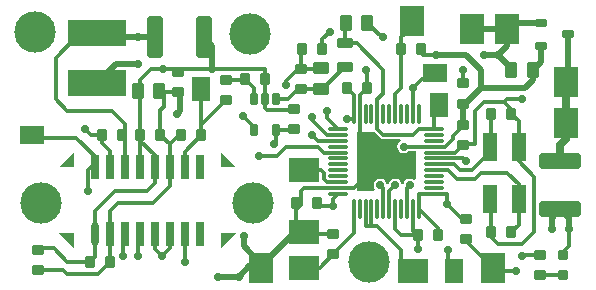
<source format=gtl>
%FSLAX42Y42*%
%MOMM*%
G71*
G01*
G75*
G04 Layer_Physical_Order=1*
G04 Layer_Color=255*
%ADD10R,5.00X2.20*%
%ADD11R,1.50X2.00*%
G04:AMPARAMS|DCode=12|XSize=1mm|YSize=0.9mm|CornerRadius=0.11mm|HoleSize=0mm|Usage=FLASHONLY|Rotation=0.000|XOffset=0mm|YOffset=0mm|HoleType=Round|Shape=RoundedRectangle|*
%AMROUNDEDRECTD12*
21,1,1.00,0.68,0,0,0.0*
21,1,0.78,0.90,0,0,0.0*
1,1,0.23,0.39,-0.34*
1,1,0.23,-0.39,-0.34*
1,1,0.23,-0.39,0.34*
1,1,0.23,0.39,0.34*
%
%ADD12ROUNDEDRECTD12*%
%ADD13R,1.30X2.40*%
%ADD14R,2.00X2.50*%
G04:AMPARAMS|DCode=15|XSize=1mm|YSize=0.9mm|CornerRadius=0.11mm|HoleSize=0mm|Usage=FLASHONLY|Rotation=90.000|XOffset=0mm|YOffset=0mm|HoleType=Round|Shape=RoundedRectangle|*
%AMROUNDEDRECTD15*
21,1,1.00,0.68,0,0,90.0*
21,1,0.78,0.90,0,0,90.0*
1,1,0.23,0.34,0.39*
1,1,0.23,0.34,-0.39*
1,1,0.23,-0.34,-0.39*
1,1,0.23,-0.34,0.39*
%
%ADD15ROUNDEDRECTD15*%
%ADD16O,0.64X2.03*%
%ADD17R,0.64X2.03*%
G04:AMPARAMS|DCode=18|XSize=0.6mm|YSize=1mm|CornerRadius=0.08mm|HoleSize=0mm|Usage=FLASHONLY|Rotation=180.000|XOffset=0mm|YOffset=0mm|HoleType=Round|Shape=RoundedRectangle|*
%AMROUNDEDRECTD18*
21,1,0.60,0.85,0,0,180.0*
21,1,0.45,1.00,0,0,180.0*
1,1,0.15,-0.23,0.42*
1,1,0.15,0.23,0.42*
1,1,0.15,0.23,-0.42*
1,1,0.15,-0.23,-0.42*
%
%ADD18ROUNDEDRECTD18*%
%ADD19R,2.00X1.50*%
G04:AMPARAMS|DCode=20|XSize=0.6mm|YSize=1mm|CornerRadius=0.08mm|HoleSize=0mm|Usage=FLASHONLY|Rotation=270.000|XOffset=0mm|YOffset=0mm|HoleType=Round|Shape=RoundedRectangle|*
%AMROUNDEDRECTD20*
21,1,0.60,0.85,0,0,270.0*
21,1,0.45,1.00,0,0,270.0*
1,1,0.15,-0.42,-0.23*
1,1,0.15,-0.42,0.23*
1,1,0.15,0.42,0.23*
1,1,0.15,0.42,-0.23*
%
%ADD20ROUNDEDRECTD20*%
%ADD21O,0.30X1.80*%
%ADD22O,1.80X0.30*%
G04:AMPARAMS|DCode=23|XSize=3.5mm|YSize=1.4mm|CornerRadius=0.17mm|HoleSize=0mm|Usage=FLASHONLY|Rotation=270.000|XOffset=0mm|YOffset=0mm|HoleType=Round|Shape=RoundedRectangle|*
%AMROUNDEDRECTD23*
21,1,3.50,1.05,0,0,270.0*
21,1,3.15,1.40,0,0,270.0*
1,1,0.35,-0.53,-1.57*
1,1,0.35,-0.53,1.57*
1,1,0.35,0.53,1.57*
1,1,0.35,0.53,-1.57*
%
%ADD23ROUNDEDRECTD23*%
G04:AMPARAMS|DCode=24|XSize=0.8mm|YSize=0.8mm|CornerRadius=0.1mm|HoleSize=0mm|Usage=FLASHONLY|Rotation=90.000|XOffset=0mm|YOffset=0mm|HoleType=Round|Shape=RoundedRectangle|*
%AMROUNDEDRECTD24*
21,1,0.80,0.60,0,0,90.0*
21,1,0.60,0.80,0,0,90.0*
1,1,0.20,0.30,0.30*
1,1,0.20,0.30,-0.30*
1,1,0.20,-0.30,-0.30*
1,1,0.20,-0.30,0.30*
%
%ADD24ROUNDEDRECTD24*%
G04:AMPARAMS|DCode=25|XSize=1.3mm|YSize=0.8mm|CornerRadius=0.1mm|HoleSize=0mm|Usage=FLASHONLY|Rotation=180.000|XOffset=0mm|YOffset=0mm|HoleType=Round|Shape=RoundedRectangle|*
%AMROUNDEDRECTD25*
21,1,1.30,0.60,0,0,180.0*
21,1,1.10,0.80,0,0,180.0*
1,1,0.20,-0.55,0.30*
1,1,0.20,0.55,0.30*
1,1,0.20,0.55,-0.30*
1,1,0.20,-0.55,-0.30*
%
%ADD25ROUNDEDRECTD25*%
G04:AMPARAMS|DCode=26|XSize=1.4mm|YSize=1mm|CornerRadius=0.13mm|HoleSize=0mm|Usage=FLASHONLY|Rotation=270.000|XOffset=0mm|YOffset=0mm|HoleType=Round|Shape=RoundedRectangle|*
%AMROUNDEDRECTD26*
21,1,1.40,0.75,0,0,270.0*
21,1,1.15,1.00,0,0,270.0*
1,1,0.25,-0.38,-0.57*
1,1,0.25,-0.38,0.57*
1,1,0.25,0.38,0.57*
1,1,0.25,0.38,-0.57*
%
%ADD26ROUNDEDRECTD26*%
%ADD27R,2.50X2.00*%
G04:AMPARAMS|DCode=28|XSize=3.5mm|YSize=1.4mm|CornerRadius=0.17mm|HoleSize=0mm|Usage=FLASHONLY|Rotation=180.000|XOffset=0mm|YOffset=0mm|HoleType=Round|Shape=RoundedRectangle|*
%AMROUNDEDRECTD28*
21,1,3.50,1.05,0,0,180.0*
21,1,3.15,1.40,0,0,180.0*
1,1,0.35,-1.57,0.53*
1,1,0.35,1.57,0.53*
1,1,0.35,1.57,-0.53*
1,1,0.35,-1.57,-0.53*
%
%ADD28ROUNDEDRECTD28*%
G04:AMPARAMS|DCode=29|XSize=1.4mm|YSize=1mm|CornerRadius=0.13mm|HoleSize=0mm|Usage=FLASHONLY|Rotation=0.000|XOffset=0mm|YOffset=0mm|HoleType=Round|Shape=RoundedRectangle|*
%AMROUNDEDRECTD29*
21,1,1.40,0.75,0,0,0.0*
21,1,1.15,1.00,0,0,0.0*
1,1,0.25,0.57,-0.38*
1,1,0.25,-0.57,-0.38*
1,1,0.25,-0.57,0.38*
1,1,0.25,0.57,0.38*
%
%ADD29ROUNDEDRECTD29*%
%ADD30C,0.30*%
%ADD31C,0.50*%
%ADD32C,0.70*%
%ADD33C,3.50*%
%ADD34C,0.70*%
G36*
X3547Y3294D02*
Y3421D01*
X3674D01*
X3547Y3294D01*
D02*
G37*
G36*
X2303D02*
X2176Y3421D01*
X2303D01*
Y3294D01*
D02*
G37*
G36*
X4900Y4225D02*
X4912Y4218D01*
X4925Y4215D01*
X5066D01*
X5072Y4196D01*
X5061Y4189D01*
X5049Y4171D01*
X5045Y4150D01*
X5049Y4129D01*
X5061Y4111D01*
X5079Y4099D01*
X5100Y4095D01*
X5121Y4099D01*
X5139Y4111D01*
X5142Y4115D01*
X5200D01*
Y3878D01*
X5182Y3868D01*
X5171Y3876D01*
X5150Y3880D01*
X5129Y3876D01*
X5111Y3864D01*
X5099Y3846D01*
X5098Y3838D01*
X5078D01*
X5076Y3846D01*
X5064Y3864D01*
X5046Y3876D01*
X5025Y3880D01*
X5004Y3876D01*
X4986Y3864D01*
X4974Y3846D01*
X4972Y3838D01*
X4953D01*
X4951Y3846D01*
X4939Y3864D01*
X4921Y3876D01*
X4900Y3880D01*
X4879Y3876D01*
X4861Y3864D01*
X4849Y3846D01*
X4845Y3825D01*
X4849Y3804D01*
X4857Y3793D01*
X4847Y3775D01*
X4700D01*
Y4275D01*
X4851D01*
X4900Y4225D01*
D02*
G37*
G36*
X3674Y3979D02*
X3547D01*
Y4106D01*
X3674Y3979D01*
D02*
G37*
G36*
X2303D02*
X2176D01*
X2303Y4106D01*
Y3979D01*
D02*
G37*
D10*
X2500Y5110D02*
D03*
Y4690D02*
D03*
D11*
X5525Y3100D02*
D03*
X3380Y4640D02*
D03*
X5400Y4500D02*
D03*
D12*
X4165Y4300D02*
D03*
Y4470D02*
D03*
X2000Y3105D02*
D03*
Y3275D02*
D03*
X3590Y4545D02*
D03*
Y4715D02*
D03*
X5625Y3535D02*
D03*
Y3365D02*
D03*
X4500Y3240D02*
D03*
Y3410D02*
D03*
X3190Y4785D02*
D03*
Y4615D02*
D03*
X5600Y4685D02*
D03*
Y4515D02*
D03*
X4225Y4640D02*
D03*
Y4810D02*
D03*
X6250Y3065D02*
D03*
Y3235D02*
D03*
X5600Y4335D02*
D03*
Y4165D02*
D03*
D13*
X6070Y4145D02*
D03*
Y3705D02*
D03*
X5830D02*
D03*
Y4145D02*
D03*
D14*
X3890Y3120D02*
D03*
X5975Y5150D02*
D03*
X5675Y5150D02*
D03*
X6475Y4700D02*
D03*
X6475Y4350D02*
D03*
X5850Y3125D02*
D03*
X5170Y5210D02*
D03*
D15*
X2545Y4250D02*
D03*
X2715D02*
D03*
X3035D02*
D03*
X2865D02*
D03*
X5075Y4980D02*
D03*
X5245D02*
D03*
X3755Y4720D02*
D03*
X3925D02*
D03*
X2440Y3175D02*
D03*
X2610D02*
D03*
X5840Y4425D02*
D03*
X6010D02*
D03*
X6010Y3425D02*
D03*
X5840D02*
D03*
X3385Y4250D02*
D03*
X3215D02*
D03*
X4410Y4975D02*
D03*
X4240D02*
D03*
X4615Y4650D02*
D03*
X4785D02*
D03*
X5385Y3400D02*
D03*
X5215D02*
D03*
X4360Y3675D02*
D03*
X4190D02*
D03*
D16*
X2481Y3410D02*
D03*
D17*
X2608D02*
D03*
X2734D02*
D03*
X2861D02*
D03*
X2989D02*
D03*
X3116D02*
D03*
X3242D02*
D03*
X3369D02*
D03*
Y3975D02*
D03*
X3242D02*
D03*
X3116D02*
D03*
X2989D02*
D03*
X2861D02*
D03*
X2734D02*
D03*
X2608D02*
D03*
X2481Y3979D02*
D03*
D18*
X3830Y4295D02*
D03*
X4020Y4555D02*
D03*
X3925D02*
D03*
X3830D02*
D03*
X4020Y4295D02*
D03*
D19*
X1950Y4250D02*
D03*
X5360Y4770D02*
D03*
D20*
X6260Y5195D02*
D03*
Y5005D02*
D03*
X6490Y5100D02*
D03*
D21*
X5225Y3620D02*
D03*
X5175D02*
D03*
X5125D02*
D03*
X5075D02*
D03*
X5025D02*
D03*
X4975D02*
D03*
X4925D02*
D03*
X4875D02*
D03*
X4825D02*
D03*
X4775D02*
D03*
X4725D02*
D03*
X4675D02*
D03*
Y4430D02*
D03*
X4725D02*
D03*
X4775D02*
D03*
X4825D02*
D03*
X4875D02*
D03*
X4925D02*
D03*
X4975D02*
D03*
X5025D02*
D03*
X5075D02*
D03*
X5125D02*
D03*
X5175D02*
D03*
X5225D02*
D03*
D22*
X4545Y3750D02*
D03*
Y3800D02*
D03*
Y3850D02*
D03*
Y3900D02*
D03*
Y3950D02*
D03*
Y4000D02*
D03*
Y4050D02*
D03*
Y4100D02*
D03*
Y4150D02*
D03*
Y4200D02*
D03*
Y4250D02*
D03*
Y4300D02*
D03*
X5355D02*
D03*
Y4250D02*
D03*
Y4200D02*
D03*
Y4150D02*
D03*
Y4100D02*
D03*
Y4050D02*
D03*
Y4000D02*
D03*
Y3950D02*
D03*
Y3900D02*
D03*
Y3850D02*
D03*
Y3800D02*
D03*
Y3750D02*
D03*
D23*
X3405Y5075D02*
D03*
X2995D02*
D03*
D24*
X6450Y3235D02*
D03*
Y3065D02*
D03*
D25*
X4600Y4825D02*
D03*
Y5025D02*
D03*
D26*
X4610Y5200D02*
D03*
X4790D02*
D03*
X6190Y4800D02*
D03*
X6010D02*
D03*
X2850Y4620D02*
D03*
X3030D02*
D03*
D27*
X5175Y3100D02*
D03*
X4250Y3950D02*
D03*
X4250Y3425D02*
D03*
X4250Y3125D02*
D03*
D28*
X6425Y3620D02*
D03*
Y4030D02*
D03*
D29*
X4400Y4635D02*
D03*
Y4815D02*
D03*
D30*
X3740Y4410D02*
X3830Y4320D01*
Y4295D02*
Y4320D01*
X3750Y4715D02*
X3755Y4720D01*
X3590Y4715D02*
X3750D01*
X3385Y4350D02*
X3395D01*
X3385D02*
Y4600D01*
Y4250D02*
Y4350D01*
X3395D02*
X3590Y4545D01*
X3755Y4720D02*
X3830Y4645D01*
Y4555D02*
Y4645D01*
X5830Y3695D02*
X5840D01*
X2960Y4810D02*
X3475D01*
X3940Y4460D02*
X4175D01*
X2865Y4200D02*
Y4715D01*
Y3975D02*
Y4200D01*
X4225Y3660D02*
Y3775D01*
X4190Y3625D02*
X4225Y3660D01*
X2989Y3839D02*
Y4073D01*
X4190Y3485D02*
X4275Y3400D01*
X3116Y3291D02*
Y3434D01*
X2989Y3286D02*
Y3434D01*
X2481Y3216D02*
Y3606D01*
X3920Y4725D02*
Y4810D01*
X3475D02*
X3920D01*
X2865Y4715D02*
X2960Y4810D01*
X6070Y4145D02*
Y4365D01*
Y4025D02*
Y4145D01*
X2989Y3975D02*
Y4076D01*
X2865Y4200D02*
X2989Y4076D01*
X4600Y5025D02*
Y5215D01*
X5355Y4300D02*
Y4455D01*
X5608Y4508D02*
X5615Y4515D01*
X5600Y4500D02*
X5608Y4508D01*
X4615Y4381D02*
X4675D01*
X2735Y4000D02*
Y4340D01*
X5516Y4244D02*
X5600Y4328D01*
Y4335D01*
X5516Y4217D02*
Y4244D01*
X5450Y4151D02*
X5516Y4217D01*
X5375Y4725D02*
X5375Y4725D01*
X5250Y4725D02*
X5375D01*
X5175Y4650D02*
X5250Y4725D01*
X5175Y4650D02*
X5175Y4650D01*
Y4430D02*
Y4650D01*
X2625Y4450D02*
X2735Y4340D01*
X4410Y5060D02*
X4475Y5125D01*
X4410Y4975D02*
Y5060D01*
X4225Y4810D02*
Y4960D01*
X4790Y5200D02*
X4915Y5075D01*
X4925D01*
X4100Y4710D02*
X4200Y4810D01*
X4100Y4675D02*
Y4710D01*
X4600Y5025D02*
X4700D01*
X5375Y4925D02*
X5375Y4925D01*
X5260Y4925D02*
X5375D01*
X5075Y5075D02*
X5175Y5175D01*
X5075Y4650D02*
Y5075D01*
X5025Y4600D02*
X5075Y4650D01*
X5025Y4430D02*
X5025Y4430D01*
Y4600D01*
X4875Y4300D02*
Y4430D01*
Y4300D02*
X4925Y4250D01*
X5175D01*
X5225Y4300D01*
X5355D01*
X5100Y4150D02*
X5100Y4150D01*
X5355D01*
X5100Y4150D02*
X5126D01*
X3075Y4615D02*
X3200D01*
X2000Y3110D02*
X2215D01*
X3116Y3816D02*
Y4169D01*
X2608Y3177D02*
Y3608D01*
X4285Y3410D02*
X4500D01*
X4675Y3415D02*
Y3620D01*
X4500Y3240D02*
X4675Y3415D01*
X4385Y3125D02*
X4500Y3240D01*
X4250Y3125D02*
X4385D01*
X4275Y3100D02*
X4275D01*
X4500Y3705D02*
X4545Y3750D01*
X4500Y3650D02*
Y3705D01*
X4360Y3675D02*
X4385Y3650D01*
X4500D01*
X2850Y3225D02*
Y3423D01*
X2725Y3225D02*
Y3425D01*
X6070Y4025D02*
X6200Y3895D01*
Y3425D02*
Y3895D01*
X4675Y4430D02*
Y4590D01*
X4615Y4650D02*
X4675Y4590D01*
X4190Y3485D02*
Y3625D01*
X4225Y3775D02*
X4250Y3800D01*
X2250Y4450D02*
X2625D01*
X2150Y4550D02*
X2250Y4450D01*
X2150Y4550D02*
Y4900D01*
X2360Y5110D01*
X2500D01*
X1950Y4225D02*
X2325D01*
X5840Y4115D02*
Y4400D01*
X5675Y3950D02*
X5840Y4115D01*
X5575Y3950D02*
X5675D01*
X5525Y4000D02*
X5575Y3950D01*
X2850Y3423D02*
X2862Y3434D01*
X2725Y3425D02*
X2735Y3434D01*
X3243Y3182D02*
X3250Y3175D01*
X3243Y3182D02*
Y3434D01*
X4325Y4250D02*
X4375Y4200D01*
X4545D01*
X4325Y4376D02*
Y4400D01*
Y4376D02*
X4450Y4251D01*
X4544D01*
X4545Y4250D01*
X4450Y4395D02*
X4545Y4300D01*
X4450Y4395D02*
Y4450D01*
X4025Y4075D02*
X4100Y4150D01*
X3875Y4075D02*
X4025D01*
X2425Y3949D02*
X2481Y4004D01*
X2425Y3775D02*
Y3949D01*
X2325Y4225D02*
X2481Y4069D01*
X4100Y4150D02*
X4375D01*
X4425Y4100D01*
X4545D01*
X2000Y3290D02*
X2135D01*
X5000Y3350D02*
X5075Y3275D01*
Y3125D02*
Y3275D01*
Y3125D02*
X5100Y3100D01*
X4825Y3475D02*
X4875D01*
X5000Y3350D01*
X5625D02*
X5850Y3125D01*
X4975Y3620D02*
Y3775D01*
X5025Y3825D01*
X5475Y3150D02*
Y3275D01*
Y3150D02*
X5525Y3100D01*
X5025Y3450D02*
Y3620D01*
Y3450D02*
X5075Y3400D01*
X5215D01*
X5125Y3800D02*
X5150Y3825D01*
X5125Y3620D02*
Y3800D01*
X5215Y3281D02*
Y3400D01*
X4675Y4381D02*
Y4430D01*
X5466Y3663D02*
Y3750D01*
X5355D02*
X5466D01*
X4725Y3851D02*
Y4430D01*
X4674Y3800D02*
X4725Y3851D01*
X4545Y3800D02*
X4674D01*
X6010Y4425D02*
Y4465D01*
X5830Y3695D02*
Y3705D01*
X4445Y3850D02*
X4545D01*
X4420Y3875D02*
X4445Y3850D01*
X4420Y3875D02*
Y3925D01*
X4394Y3950D02*
X4420Y3925D01*
X4250Y3950D02*
X4394D01*
X5840Y4400D02*
Y4425D01*
X4375Y4815D02*
X4400D01*
X3035Y4250D02*
Y4460D01*
X6250Y3065D02*
X6450D01*
X2000Y3110D02*
Y3115D01*
Y3285D02*
Y3290D01*
X4225Y4810D02*
X4370D01*
X4200D02*
X4225D01*
X4400Y4635D02*
X4410D01*
X4375D02*
X4400D01*
X4225Y4640D02*
X4370D01*
X4200D02*
X4225D01*
X3925Y4555D02*
Y4665D01*
X5225Y3750D02*
X5355D01*
X4925Y4600D02*
Y4800D01*
X4875Y4550D02*
X4925Y4600D01*
X4875Y4430D02*
Y4550D01*
X4700Y5025D02*
X4925Y4800D01*
X3065Y4490D02*
Y4600D01*
X3035Y4460D02*
X3065Y4490D01*
X4000Y4175D02*
X4020Y4195D01*
Y4295D01*
X3925Y4475D02*
Y4555D01*
Y4475D02*
X3940Y4460D01*
X4170Y4295D02*
X4175Y4290D01*
X4020Y4295D02*
X4170D01*
X4410Y4635D02*
X4600Y4825D01*
X4370Y4640D02*
X4375Y4635D01*
X4115Y4555D02*
X4200Y4640D01*
X4020Y4555D02*
X4115D01*
X4370Y4810D02*
X4375Y4815D01*
X2975Y3675D02*
X3116Y3816D01*
X2675Y3675D02*
X2975D01*
X2608Y3608D02*
X2675Y3675D01*
X2925Y3775D02*
X2989Y3839D01*
X2650Y3775D02*
X2925D01*
X2481Y3606D02*
X2650Y3775D01*
X2989Y3286D02*
X3050Y3225D01*
X3116Y3291D01*
X2400Y4300D02*
X2450Y4250D01*
X2540D01*
X2510Y3075D02*
X2610Y3175D01*
X2250Y3075D02*
X2510D01*
X2215Y3110D02*
X2250Y3075D01*
X2135Y3290D02*
X2250Y3175D01*
X2440D01*
X2608Y3177D02*
X2610Y3175D01*
X2440D02*
X2481Y3216D01*
X3243Y4108D02*
X3385Y4250D01*
X3243Y4000D02*
Y4108D01*
X3196Y4250D02*
X3215D01*
X3116Y4169D02*
X3196Y4250D01*
X3035D02*
X3116Y4169D01*
X2540Y4185D02*
Y4250D01*
Y4185D02*
X2608Y4117D01*
Y4000D02*
Y4117D01*
X2481Y4004D02*
Y4069D01*
X4775Y3475D02*
Y3620D01*
Y3475D02*
X4825D01*
Y3620D01*
X5100Y3100D02*
X5175D01*
X5875D02*
X6050D01*
X4900Y3825D02*
X4925Y3800D01*
Y3620D02*
Y3800D01*
X5225Y3620D02*
Y3750D01*
X5225Y3750D02*
X5225Y3750D01*
X5950Y4525D02*
X5975Y4550D01*
X6100D01*
X6450Y3260D02*
X6500Y3310D01*
Y3450D01*
X4250Y3800D02*
X4545D01*
X4785Y4650D02*
Y4790D01*
X5175Y3440D02*
Y3620D01*
X5950Y4525D02*
X6010Y4465D01*
X4725Y4590D02*
X4785Y4650D01*
X4725Y4430D02*
Y4590D01*
X5175Y3440D02*
X5215Y3400D01*
X6010Y4425D02*
X6070Y4365D01*
X6010Y3425D02*
X6070Y3485D01*
Y3705D01*
X5840Y3425D02*
Y3695D01*
X6070Y3705D02*
Y3830D01*
X5975Y3925D02*
X6070Y3830D01*
X5750Y3925D02*
X5975D01*
X5700Y3875D02*
X5750Y3925D01*
X5550Y3875D02*
X5700D01*
X5475Y3950D02*
X5550Y3875D01*
X5355Y3950D02*
X5475D01*
X5355Y4000D02*
X5525D01*
X5600Y4050D02*
X5625Y4025D01*
X5355Y4050D02*
X5600D01*
X5775Y4525D02*
X5950D01*
X5700Y4450D02*
X5775Y4525D01*
X5700Y4175D02*
Y4450D01*
X5610Y4175D02*
X5700D01*
X5600Y4165D02*
X5610Y4175D01*
X5535Y4100D02*
X5600Y4165D01*
X5355Y4100D02*
X5535D01*
X5356Y4151D02*
X5450D01*
X5355Y4150D02*
X5356Y4151D01*
X5600Y4685D02*
Y4800D01*
X6110Y3235D02*
X6250D01*
X6100Y3225D02*
X6110Y3235D01*
X6100Y3325D02*
X6200Y3425D01*
X5900Y3325D02*
X6100D01*
X5840Y3385D02*
X5900Y3325D01*
X5840Y3385D02*
Y3425D01*
X5225Y3620D02*
X5385Y3460D01*
Y3400D02*
Y3460D01*
X5466Y3663D02*
X5594Y3535D01*
X5625D01*
D31*
X4150Y3400D02*
X4275D01*
X3800Y3150D02*
X3900D01*
X3475Y4810D02*
Y5005D01*
X3200Y4450D02*
Y4615D01*
X3175Y4425D02*
X3200Y4450D01*
X3900Y3150D02*
X4150Y3400D01*
X3525Y3050D02*
X3700D01*
X6190Y4715D02*
Y4800D01*
X6125Y4650D02*
X6190Y4715D01*
X5750Y4650D02*
X6125D01*
X5750D02*
Y4800D01*
X5625Y4925D02*
X5750Y4800D01*
X5375Y4925D02*
X5625D01*
X5615Y4515D02*
X5750Y4650D01*
X6260Y4870D02*
Y5005D01*
X6190Y4800D02*
X6260Y4870D01*
X5975Y5150D02*
X6020Y5195D01*
X5975Y5150D02*
X5975Y5150D01*
X6010Y4800D02*
Y4815D01*
X5900Y4925D02*
X6010Y4815D01*
X5900Y4925D02*
X5975Y5000D01*
Y5150D01*
X3700Y3050D02*
X3800Y3150D01*
X3742Y3308D02*
X3900Y3150D01*
X3742Y3308D02*
Y3393D01*
X2500Y4690D02*
X2660Y4850D01*
X2850D01*
X2535Y5075D02*
X2850D01*
X5775Y4925D02*
X5900D01*
X5675Y5150D02*
X5975D01*
X6020Y5195D02*
X6260D01*
X5600Y4335D02*
X5600Y4500D01*
X6350Y3545D02*
X6425Y3620D01*
X6350Y3450D02*
Y3545D01*
X6425Y3620D02*
X6500Y3545D01*
Y3450D02*
Y3545D01*
X2850Y5075D02*
X2995D01*
X2995Y5075D01*
X3405D02*
X3475Y5005D01*
X6490Y4715D02*
Y5100D01*
D32*
X6475Y4213D02*
Y4350D01*
X6425Y4163D02*
X6475Y4213D01*
X6425Y4030D02*
Y4163D01*
X6475Y4524D02*
Y4700D01*
X6475Y4524D02*
X6475Y4524D01*
X6475Y4350D02*
Y4524D01*
X6475Y4700D02*
X6490Y4715D01*
D33*
X3825Y3675D02*
D03*
X2025D02*
D03*
X4800Y3175D02*
D03*
X3800Y5100D02*
D03*
X1975Y5125D02*
D03*
D34*
X3060Y4810D02*
D03*
X3740Y4410D02*
D03*
X5175Y4650D02*
D03*
X4475Y5125D02*
D03*
X4925Y5075D02*
D03*
X5100Y4150D02*
D03*
X3175Y4425D02*
D03*
X4500Y3650D02*
D03*
X5375Y4925D02*
D03*
X2850Y3225D02*
D03*
X2725D02*
D03*
X3742Y3393D02*
D03*
X3875Y4075D02*
D03*
X3250Y3175D02*
D03*
X4450Y4450D02*
D03*
X4325Y4400D02*
D03*
Y4250D02*
D03*
X5215Y3281D02*
D03*
X5025Y3825D02*
D03*
X5475Y3275D02*
D03*
X3475Y4810D02*
D03*
X3525Y3050D02*
D03*
X3700D02*
D03*
X4615Y4381D02*
D03*
X5466Y3663D02*
D03*
X4100Y4675D02*
D03*
X2850Y4850D02*
D03*
X4000Y4175D02*
D03*
X3050Y3225D02*
D03*
X2400Y4300D02*
D03*
X6050Y3100D02*
D03*
X4900Y3825D02*
D03*
X5150D02*
D03*
X6100Y4550D02*
D03*
X6500Y3450D02*
D03*
X6350D02*
D03*
X4775Y4800D02*
D03*
X5775Y4925D02*
D03*
X5900D02*
D03*
X5600Y4800D02*
D03*
X5625Y4025D02*
D03*
X2850Y5075D02*
D03*
X6100Y3225D02*
D03*
X2425Y3775D02*
D03*
M02*

</source>
